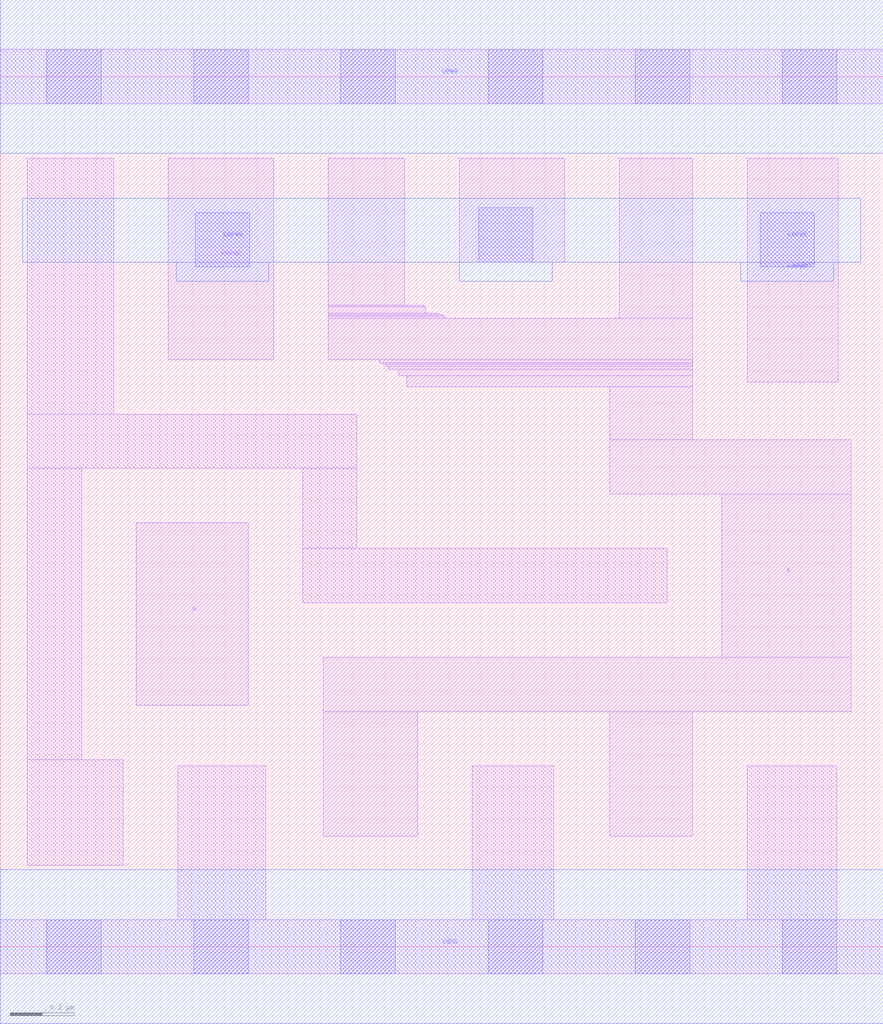
<source format=lef>
# Copyright 2020 The SkyWater PDK Authors
#
# Licensed under the Apache License, Version 2.0 (the "License");
# you may not use this file except in compliance with the License.
# You may obtain a copy of the License at
#
#     https://www.apache.org/licenses/LICENSE-2.0
#
# Unless required by applicable law or agreed to in writing, software
# distributed under the License is distributed on an "AS IS" BASIS,
# WITHOUT WARRANTIES OR CONDITIONS OF ANY KIND, either express or implied.
# See the License for the specific language governing permissions and
# limitations under the License.
#
# SPDX-License-Identifier: Apache-2.0

VERSION 5.7 ;
  NOWIREEXTENSIONATPIN ON ;
  DIVIDERCHAR "/" ;
  BUSBITCHARS "[]" ;
UNITS
  DATABASE MICRONS 200 ;
END UNITS
MACRO sky130_fd_sc_hd__lpflow_clkbufkapwr_4
  CLASS CORE ;
  FOREIGN sky130_fd_sc_hd__lpflow_clkbufkapwr_4 ;
  ORIGIN  0.000000  0.000000 ;
  SIZE  2.760000 BY  2.720000 ;
  SYMMETRY X Y R90 ;
  SITE unithd ;
  PIN A
    ANTENNAGATEAREA  0.213000 ;
    DIRECTION INPUT ;
    USE SIGNAL ;
    PORT
      LAYER li1 ;
        RECT 0.425000 0.755000 0.775000 1.325000 ;
    END
  END A
  PIN X
    ANTENNADIFFAREA  0.795200 ;
    DIRECTION OUTPUT ;
    USE SIGNAL ;
    PORT
      LAYER li1 ;
        RECT 1.010000 0.345000 1.305000 0.735000 ;
        RECT 1.010000 0.735000 2.660000 0.905000 ;
        RECT 1.025000 1.835000 2.165000 1.965000 ;
        RECT 1.025000 1.965000 1.390000 1.970000 ;
        RECT 1.025000 1.970000 1.385000 1.975000 ;
        RECT 1.025000 1.975000 1.370000 1.980000 ;
        RECT 1.025000 1.980000 1.330000 2.000000 ;
        RECT 1.025000 2.000000 1.325000 2.005000 ;
        RECT 1.025000 2.005000 1.265000 2.465000 ;
        RECT 1.185000 1.825000 2.165000 1.835000 ;
        RECT 1.195000 1.820000 2.165000 1.825000 ;
        RECT 1.205000 1.815000 2.165000 1.820000 ;
        RECT 1.215000 1.805000 2.165000 1.815000 ;
        RECT 1.245000 1.785000 2.165000 1.805000 ;
        RECT 1.270000 1.750000 2.165000 1.785000 ;
        RECT 1.905000 0.345000 2.165000 0.735000 ;
        RECT 1.905000 1.415000 2.660000 1.585000 ;
        RECT 1.905000 1.585000 2.165000 1.750000 ;
        RECT 1.935000 1.965000 2.165000 2.465000 ;
        RECT 2.255000 0.905000 2.660000 1.415000 ;
    END
  END X
  PIN KAPWR
    DIRECTION INOUT ;
    SHAPE ABUTMENT ;
    USE POWER ;
    PORT
      LAYER li1 ;
        RECT 0.525000 1.835000 0.855000 2.465000 ;
      LAYER mcon ;
        RECT 0.610000 2.125000 0.780000 2.295000 ;
    END
    PORT
      LAYER li1 ;
        RECT 1.435000 2.140000 1.765000 2.465000 ;
        RECT 2.335000 1.765000 2.620000 2.465000 ;
      LAYER mcon ;
        RECT 1.495000 2.140000 1.665000 2.310000 ;
        RECT 2.375000 2.125000 2.545000 2.295000 ;
    END
    PORT
      LAYER met1 ;
        RECT 0.070000 2.140000 2.690000 2.340000 ;
        RECT 0.550000 2.080000 0.840000 2.140000 ;
        RECT 1.435000 2.080000 1.725000 2.140000 ;
        RECT 2.315000 2.080000 2.605000 2.140000 ;
    END
  END KAPWR
  PIN VGND
    DIRECTION INOUT ;
    SHAPE ABUTMENT ;
    USE GROUND ;
    PORT
      LAYER met1 ;
        RECT 0.000000 -0.240000 2.760000 0.240000 ;
    END
  END VGND
  PIN VPWR
    DIRECTION INOUT ;
    SHAPE ABUTMENT ;
    USE POWER ;
    PORT
      LAYER met1 ;
        RECT 0.000000 2.480000 2.760000 2.960000 ;
    END
  END VPWR
  OBS
    LAYER li1 ;
      RECT 0.000000 -0.085000 2.760000 0.085000 ;
      RECT 0.000000  2.635000 2.760000 2.805000 ;
      RECT 0.085000  0.255000 0.385000 0.585000 ;
      RECT 0.085000  0.585000 0.255000 1.495000 ;
      RECT 0.085000  1.495000 1.115000 1.665000 ;
      RECT 0.085000  1.665000 0.355000 2.465000 ;
      RECT 0.555000  0.085000 0.830000 0.565000 ;
      RECT 0.945000  1.075000 2.085000 1.245000 ;
      RECT 0.945000  1.245000 1.115000 1.495000 ;
      RECT 1.475000  0.085000 1.730000 0.565000 ;
      RECT 2.335000  0.085000 2.615000 0.565000 ;
    LAYER mcon ;
      RECT 0.145000 -0.085000 0.315000 0.085000 ;
      RECT 0.145000  2.635000 0.315000 2.805000 ;
      RECT 0.605000 -0.085000 0.775000 0.085000 ;
      RECT 0.605000  2.635000 0.775000 2.805000 ;
      RECT 1.065000 -0.085000 1.235000 0.085000 ;
      RECT 1.065000  2.635000 1.235000 2.805000 ;
      RECT 1.525000 -0.085000 1.695000 0.085000 ;
      RECT 1.525000  2.635000 1.695000 2.805000 ;
      RECT 1.985000 -0.085000 2.155000 0.085000 ;
      RECT 1.985000  2.635000 2.155000 2.805000 ;
      RECT 2.445000 -0.085000 2.615000 0.085000 ;
      RECT 2.445000  2.635000 2.615000 2.805000 ;
  END
END sky130_fd_sc_hd__lpflow_clkbufkapwr_4
END LIBRARY

</source>
